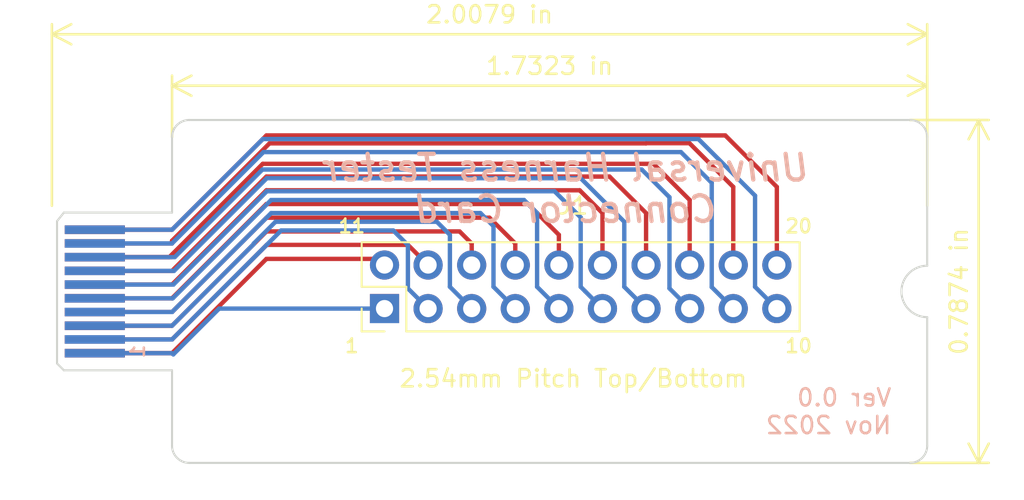
<source format=kicad_pcb>
(kicad_pcb (version 20171130) (host pcbnew "(5.1.10)-1")

  (general
    (thickness 1.6)
    (drawings 12)
    (tracks 113)
    (zones 0)
    (modules 2)
    (nets 21)
  )

  (page A)
  (title_block
    (title "Beetje 32U4 Blok")
    (date 2018-08-10)
    (rev 0.0)
    (company www.MakersBox.us)
    (comment 1 648.ken@gmail.com)
  )

  (layers
    (0 F.Cu signal)
    (31 B.Cu signal)
    (32 B.Adhes user)
    (33 F.Adhes user)
    (34 B.Paste user)
    (35 F.Paste user)
    (36 B.SilkS user hide)
    (37 F.SilkS user)
    (38 B.Mask user)
    (39 F.Mask user)
    (40 Dwgs.User user)
    (41 Cmts.User user)
    (42 Eco1.User user)
    (43 Eco2.User user)
    (44 Edge.Cuts user)
    (45 Margin user)
    (46 B.CrtYd user hide)
    (47 F.CrtYd user)
    (48 B.Fab user hide)
    (49 F.Fab user)
  )

  (setup
    (last_trace_width 0.254)
    (user_trace_width 0.254)
    (user_trace_width 0.3048)
    (user_trace_width 0.3556)
    (user_trace_width 0.4064)
    (user_trace_width 0.6096)
    (trace_clearance 0.2)
    (zone_clearance 0.35)
    (zone_45_only no)
    (trace_min 0.2)
    (via_size 0.6)
    (via_drill 0.4)
    (via_min_size 0.4)
    (via_min_drill 0.3)
    (uvia_size 0.3)
    (uvia_drill 0.1)
    (uvias_allowed no)
    (uvia_min_size 0.2)
    (uvia_min_drill 0.1)
    (edge_width 0.15)
    (segment_width 0.2)
    (pcb_text_width 0.3)
    (pcb_text_size 1.5 1.5)
    (mod_edge_width 0.15)
    (mod_text_size 1 1)
    (mod_text_width 0.15)
    (pad_size 0.5 3.500001)
    (pad_drill 0)
    (pad_to_mask_clearance 0)
    (aux_axis_origin 0 0)
    (grid_origin 137 87)
    (visible_elements 7FFFFFFF)
    (pcbplotparams
      (layerselection 0x010f0_80000001)
      (usegerberextensions false)
      (usegerberattributes true)
      (usegerberadvancedattributes true)
      (creategerberjobfile true)
      (excludeedgelayer true)
      (linewidth 0.100000)
      (plotframeref false)
      (viasonmask false)
      (mode 1)
      (useauxorigin false)
      (hpglpennumber 1)
      (hpglpenspeed 20)
      (hpglpendiameter 15.000000)
      (psnegative false)
      (psa4output false)
      (plotreference true)
      (plotvalue true)
      (plotinvisibletext false)
      (padsonsilk false)
      (subtractmaskfromsilk false)
      (outputformat 1)
      (mirror false)
      (drillshape 0)
      (scaleselection 1)
      (outputdirectory "gerbers/"))
  )

  (net 0 "")
  (net 1 /01)
  (net 2 /02)
  (net 3 /04)
  (net 4 /05)
  (net 5 /06)
  (net 6 /07)
  (net 7 /08)
  (net 8 /03)
  (net 9 /20)
  (net 10 /11)
  (net 11 /12)
  (net 12 /13)
  (net 13 /14)
  (net 14 /15)
  (net 15 /16)
  (net 16 /17)
  (net 17 /18)
  (net 18 /19)
  (net 19 /09)
  (net 20 /10)

  (net_class Default "This is the default net class."
    (clearance 0.2)
    (trace_width 0.25)
    (via_dia 0.6)
    (via_drill 0.4)
    (uvia_dia 0.3)
    (uvia_drill 0.1)
    (add_net /01)
    (add_net /02)
    (add_net /03)
    (add_net /04)
    (add_net /05)
    (add_net /06)
    (add_net /07)
    (add_net /08)
    (add_net /09)
    (add_net /10)
    (add_net /11)
    (add_net /12)
    (add_net /13)
    (add_net /14)
    (add_net /15)
    (add_net /16)
    (add_net /17)
    (add_net /18)
    (add_net /19)
    (add_net /20)
  )

  (module footprints:MEC8_card locked (layer F.Cu) (tedit 63706177) (tstamp 63714F1F)
    (at 112.5 87 90)
    (descr "0.8mm RIGHT ANGLE EDGE CARD ASSEMBLY.")
    (path /63BB3F50)
    (fp_text reference J0 (at 0 -3.5 90) (layer F.SilkS) hide
      (effects (font (size 0.788457 0.788457) (thickness 0.15)))
    )
    (fp_text value "Card Edge" (at -0.1 -4.8 90) (layer F.Fab)
      (effects (font (size 0.787685 0.787685) (thickness 0.15)))
    )
    (fp_line (start 4.6 -1.8) (end 4.6 4.5) (layer Edge.Cuts) (width 0.12))
    (fp_line (start -4.6 -1.8) (end -4.6 4.5) (layer Edge.Cuts) (width 0.12))
    (fp_line (start 4.1 -2.2) (end -4.2 -2.2) (layer Edge.Cuts) (width 0.12))
    (fp_line (start 4.6 -1.8) (end 4.1 -2.2) (layer Edge.Cuts) (width 0.12))
    (fp_line (start -4.6 -1.8) (end -4.2 -2.2) (layer Edge.Cuts) (width 0.12))
    (fp_line (start -10 5.5) (end -10 47.5) (layer Edge.Cuts) (width 0.12))
    (fp_line (start -4.6 4.5) (end -9 4.5) (layer Edge.Cuts) (width 0.12))
    (fp_line (start 4.6 4.5) (end 9 4.5) (layer Edge.Cuts) (width 0.12))
    (fp_line (start 10 47.5) (end 10 5.5) (layer Edge.Cuts) (width 0.12))
    (fp_line (start 9 48.5) (end 1.5 48.5) (layer Edge.Cuts) (width 0.12))
    (fp_line (start -9 48.5) (end -1.5 48.5) (layer Edge.Cuts) (width 0.12))
    (fp_line (start -3.6 -1.75) (end 3.6 -1.75) (layer Dwgs.User) (width 0.12))
    (fp_line (start 0 50.5) (end 0 45.42) (layer Dwgs.User) (width 0.12))
    (fp_text user 1 (at -3.5 2.5 90) (layer B.SilkS)
      (effects (font (size 0.788882 0.788882) (thickness 0.15)) (justify mirror))
    )
    (fp_arc (start 0 48.5) (end 1.5 48.5) (angle -180) (layer Edge.Cuts) (width 0.12))
    (fp_arc (start -9 47.5) (end -10 47.5) (angle -90) (layer Edge.Cuts) (width 0.12))
    (fp_arc (start 9 47.5) (end 9 48.5) (angle -90) (layer Edge.Cuts) (width 0.12))
    (fp_arc (start -9 5.5) (end -9 4.5) (angle -90) (layer Edge.Cuts) (width 0.12))
    (fp_arc (start 9 5.5) (end 10 5.5) (angle -90) (layer Edge.Cuts) (width 0.12))
    (pad 20 smd rect (at 3.6 0 90) (size 0.5 3.5) (layers F.Cu F.Paste F.Mask)
      (net 9 /20))
    (pad 11 smd rect (at -3.6 0 90) (size 0.5 3.5) (layers F.Cu F.Paste F.Mask)
      (net 10 /11))
    (pad 12 smd rect (at -2.8 0 90) (size 0.5 3.5) (layers F.Cu F.Paste F.Mask)
      (net 11 /12))
    (pad 13 smd rect (at -2 0 90) (size 0.5 3.500001) (layers F.Cu F.Paste F.Mask)
      (net 12 /13))
    (pad 14 smd rect (at -1.2 0 90) (size 0.5 3.5) (layers F.Cu F.Paste F.Mask)
      (net 13 /14))
    (pad 15 smd rect (at -0.4 0 90) (size 0.5 3.5) (layers F.Cu F.Paste F.Mask)
      (net 14 /15))
    (pad 16 smd rect (at 0.4 0 90) (size 0.5 3.5) (layers F.Cu F.Paste F.Mask)
      (net 15 /16))
    (pad 17 smd rect (at 1.2 0 90) (size 0.5 3.5) (layers F.Cu F.Paste F.Mask)
      (net 16 /17))
    (pad 18 smd rect (at 2 0 90) (size 0.5 3.5) (layers F.Cu F.Paste F.Mask)
      (net 17 /18))
    (pad 19 smd rect (at 2.8 0 90) (size 0.5 3.5) (layers F.Cu F.Paste F.Mask)
      (net 18 /19))
    (pad 1 smd rect (at -3.6 0 90) (size 0.5 3.5) (layers B.Cu B.Paste B.Mask)
      (net 1 /01))
    (pad 2 smd rect (at -2.8 0 90) (size 0.5 3.5) (layers B.Cu B.Paste B.Mask)
      (net 2 /02))
    (pad 3 smd rect (at -2 0 90) (size 0.5 3.5) (layers B.Cu B.Paste B.Mask)
      (net 8 /03))
    (pad 4 smd rect (at -1.2 0 90) (size 0.5 3.5) (layers B.Cu B.Paste B.Mask)
      (net 3 /04))
    (pad 5 smd rect (at -0.4 0 90) (size 0.5 3.5) (layers B.Cu B.Paste B.Mask)
      (net 4 /05))
    (pad 6 smd rect (at 0.4 0 90) (size 0.5 3.5) (layers B.Cu B.Paste B.Mask)
      (net 5 /06))
    (pad 7 smd rect (at 1.2 0 90) (size 0.5 3.5) (layers B.Cu B.Paste B.Mask)
      (net 6 /07))
    (pad 8 smd rect (at 2 0 90) (size 0.5 3.5) (layers B.Cu B.Paste B.Mask)
      (net 7 /08))
    (pad 9 smd rect (at 2.8 0 90) (size 0.5 3.5) (layers B.Cu B.Paste B.Mask)
      (net 19 /09))
    (pad 10 smd rect (at 3.6 0 90) (size 0.5 3.5) (layers B.Cu B.Paste B.Mask)
      (net 20 /10))
  )

  (module footprints:PinHeader_2x10_P2.54mm_TOP_BOTTOM (layer F.Cu) (tedit 63717F89) (tstamp 6374055D)
    (at 129.38 88 90)
    (descr "Through hole straight pin header, 2x10, 2.54mm pitch, double rows")
    (tags "Through hole pin header THT 2x10 2.54mm double row")
    (path /63B210F3)
    (fp_text reference J1 (at 6 11 180) (layer F.SilkS)
      (effects (font (size 1 1) (thickness 0.15)))
    )
    (fp_text value "2.54mm Pitch Top/Bottom" (at -4.08 11 180) (layer F.SilkS)
      (effects (font (size 1 1) (thickness 0.15)))
    )
    (fp_text user %R (at 1.27 11.43) (layer F.Fab)
      (effects (font (size 1 1) (thickness 0.15)))
    )
    (fp_line (start 4.35 -1.8) (end -1.8 -1.8) (layer F.CrtYd) (width 0.05))
    (fp_line (start 4.35 24.65) (end 4.35 -1.8) (layer F.CrtYd) (width 0.05))
    (fp_line (start -1.8 24.65) (end 4.35 24.65) (layer F.CrtYd) (width 0.05))
    (fp_line (start -1.8 -1.8) (end -1.8 24.65) (layer F.CrtYd) (width 0.05))
    (fp_line (start -1.33 -1.33) (end 0 -1.33) (layer F.SilkS) (width 0.12))
    (fp_line (start -1.33 0) (end -1.33 -1.33) (layer F.SilkS) (width 0.12))
    (fp_line (start 1.27 -1.33) (end 3.87 -1.33) (layer F.SilkS) (width 0.12))
    (fp_line (start 1.27 1.27) (end 1.27 -1.33) (layer F.SilkS) (width 0.12))
    (fp_line (start -1.33 1.27) (end 1.27 1.27) (layer F.SilkS) (width 0.12))
    (fp_line (start 3.87 -1.33) (end 3.87 24.19) (layer F.SilkS) (width 0.12))
    (fp_line (start -1.33 1.27) (end -1.33 24.19) (layer F.SilkS) (width 0.12))
    (fp_line (start -1.33 24.19) (end 3.87 24.19) (layer F.SilkS) (width 0.12))
    (fp_line (start -1.27 0) (end 0 -1.27) (layer F.Fab) (width 0.1))
    (fp_line (start -1.27 24.13) (end -1.27 0) (layer F.Fab) (width 0.1))
    (fp_line (start 3.81 24.13) (end -1.27 24.13) (layer F.Fab) (width 0.1))
    (fp_line (start 3.81 -1.27) (end 3.81 24.13) (layer F.Fab) (width 0.1))
    (fp_line (start 0 -1.27) (end 3.81 -1.27) (layer F.Fab) (width 0.1))
    (pad 20 thru_hole oval (at 2.54 22.86 90) (size 1.7 1.7) (drill 1) (layers *.Cu *.Mask)
      (net 9 /20))
    (pad 10 thru_hole oval (at 0 22.86 90) (size 1.7 1.7) (drill 1) (layers *.Cu *.Mask)
      (net 20 /10))
    (pad 19 thru_hole oval (at 2.54 20.32 90) (size 1.7 1.7) (drill 1) (layers *.Cu *.Mask)
      (net 18 /19))
    (pad 9 thru_hole oval (at 0 20.32 90) (size 1.7 1.7) (drill 1) (layers *.Cu *.Mask)
      (net 19 /09))
    (pad 18 thru_hole oval (at 2.54 17.78 90) (size 1.7 1.7) (drill 1) (layers *.Cu *.Mask)
      (net 17 /18))
    (pad 8 thru_hole oval (at 0 17.78 90) (size 1.7 1.7) (drill 1) (layers *.Cu *.Mask)
      (net 7 /08))
    (pad 17 thru_hole oval (at 2.54 15.24 90) (size 1.7 1.7) (drill 1) (layers *.Cu *.Mask)
      (net 16 /17))
    (pad 7 thru_hole oval (at 0 15.24 90) (size 1.7 1.7) (drill 1) (layers *.Cu *.Mask)
      (net 6 /07))
    (pad 16 thru_hole oval (at 2.54 12.7 90) (size 1.7 1.7) (drill 1) (layers *.Cu *.Mask)
      (net 15 /16))
    (pad 6 thru_hole oval (at 0 12.7 90) (size 1.7 1.7) (drill 1) (layers *.Cu *.Mask)
      (net 5 /06))
    (pad 15 thru_hole oval (at 2.54 10.16 90) (size 1.7 1.7) (drill 1) (layers *.Cu *.Mask)
      (net 14 /15))
    (pad 5 thru_hole oval (at 0 10.16 90) (size 1.7 1.7) (drill 1) (layers *.Cu *.Mask)
      (net 4 /05))
    (pad 14 thru_hole oval (at 2.54 7.62 90) (size 1.7 1.7) (drill 1) (layers *.Cu *.Mask)
      (net 13 /14))
    (pad 4 thru_hole oval (at 0 7.62 90) (size 1.7 1.7) (drill 1) (layers *.Cu *.Mask)
      (net 3 /04))
    (pad 13 thru_hole oval (at 2.54 5.08 90) (size 1.7 1.7) (drill 1) (layers *.Cu *.Mask)
      (net 12 /13))
    (pad 3 thru_hole oval (at 0 5.08 90) (size 1.7 1.7) (drill 1) (layers *.Cu *.Mask)
      (net 8 /03))
    (pad 12 thru_hole oval (at 2.54 2.54 90) (size 1.7 1.7) (drill 1) (layers *.Cu *.Mask)
      (net 11 /12))
    (pad 2 thru_hole oval (at 0 2.54 90) (size 1.7 1.7) (drill 1) (layers *.Cu *.Mask)
      (net 2 /02))
    (pad 11 thru_hole oval (at 2.54 0 90) (size 1.7 1.7) (drill 1) (layers *.Cu *.Mask)
      (net 10 /11))
    (pad 1 thru_hole rect (at 0 0 90) (size 1.7 1.7) (drill 1) (layers *.Cu *.Mask)
      (net 1 /01))
    (model ${KISYS3DMOD}/Connector_PinHeader_2.54mm.3dshapes/PinHeader_2x10_P2.54mm_Vertical.wrl
      (at (xyz 0 0 0))
      (scale (xyz 1 1 1))
      (rotate (xyz 0 0 0))
    )
  )

  (gr_text 20 (at 153.51 83.19) (layer F.SilkS)
    (effects (font (size 0.8 0.8) (thickness 0.15)))
  )
  (gr_text 11 (at 127.475 83.19) (layer F.SilkS)
    (effects (font (size 0.8 0.8) (thickness 0.15)))
  )
  (gr_text 10 (at 153.51 90.175) (layer F.SilkS)
    (effects (font (size 0.8 0.8) (thickness 0.15)))
  )
  (gr_text 1 (at 127.475 90.175) (layer F.SilkS)
    (effects (font (size 0.8 0.8) (thickness 0.15)))
  )
  (dimension 5.5 (width 0.15) (layer Dwgs.User)
    (gr_text "5.500 mm" (at 119.75 99.8) (layer Dwgs.User)
      (effects (font (size 1 1) (thickness 0.15)))
    )
    (feature1 (pts (xy 122.5 96) (xy 122.5 99.086421)))
    (feature2 (pts (xy 117 96) (xy 117 99.086421)))
    (crossbar (pts (xy 117 98.5) (xy 122.5 98.5)))
    (arrow1a (pts (xy 122.5 98.5) (xy 121.373496 99.086421)))
    (arrow1b (pts (xy 122.5 98.5) (xy 121.373496 97.913579)))
    (arrow2a (pts (xy 117 98.5) (xy 118.126504 99.086421)))
    (arrow2b (pts (xy 117 98.5) (xy 118.126504 97.913579)))
  )
  (gr_line (start 122.5 96.5) (end 122.5 77.5) (layer Dwgs.User) (width 0.15))
  (gr_line (start 117 91) (end 117 83) (layer Dwgs.User) (width 0.15))
  (gr_text "Universal Harness Tester\nConnector Card" (at 140 81) (layer B.SilkS)
    (effects (font (size 1.5 1.5) (thickness 0.25) italic) (justify mirror))
  )
  (gr_text "Ver 0.0\nNov 2022" (at 159 94) (layer B.SilkS)
    (effects (font (size 1 1) (thickness 0.15)) (justify left mirror))
  )
  (dimension 51 (width 0.15) (layer F.SilkS) (tstamp 6371AC91)
    (gr_text "51 mm" (at 135.5 70.7) (layer F.SilkS) (tstamp 6371AC91)
      (effects (font (size 1 1) (thickness 0.15)))
    )
    (feature1 (pts (xy 110 82) (xy 110 71.413579)))
    (feature2 (pts (xy 161 82) (xy 161 71.413579)))
    (crossbar (pts (xy 161 72) (xy 110 72)))
    (arrow1a (pts (xy 110 72) (xy 111.126504 71.413579)))
    (arrow1b (pts (xy 110 72) (xy 111.126504 72.586421)))
    (arrow2a (pts (xy 161 72) (xy 159.873496 71.413579)))
    (arrow2b (pts (xy 161 72) (xy 159.873496 72.586421)))
  )
  (dimension 44 (width 0.15) (layer F.SilkS) (tstamp 63716C7C)
    (gr_text "44 mm" (at 139 73.7) (layer F.SilkS) (tstamp 63716C7C)
      (effects (font (size 1 1) (thickness 0.15)))
    )
    (feature1 (pts (xy 117 78) (xy 117 74.413579)))
    (feature2 (pts (xy 161 78) (xy 161 74.413579)))
    (crossbar (pts (xy 161 75) (xy 117 75)))
    (arrow1a (pts (xy 117 75) (xy 118.126504 74.413579)))
    (arrow1b (pts (xy 117 75) (xy 118.126504 75.586421)))
    (arrow2a (pts (xy 161 75) (xy 159.873496 74.413579)))
    (arrow2b (pts (xy 161 75) (xy 159.873496 75.586421)))
  )
  (dimension 20 (width 0.15) (layer F.SilkS)
    (gr_text "20 mm" (at 165.3 87 -90) (layer F.SilkS)
      (effects (font (size 1 1) (thickness 0.15)))
    )
    (feature1 (pts (xy 160 97) (xy 164.586421 97)))
    (feature2 (pts (xy 160 77) (xy 164.586421 77)))
    (crossbar (pts (xy 164 77) (xy 164 97)))
    (arrow1a (pts (xy 164 97) (xy 163.413579 95.873496)))
    (arrow1b (pts (xy 164 97) (xy 164.586421 95.873496)))
    (arrow2a (pts (xy 164 77) (xy 163.413579 78.126504)))
    (arrow2b (pts (xy 164 77) (xy 164.586421 78.126504)))
  )

  (segment (start 112.5 83.4) (end 117 83.4) (width 0.254) (layer F.Cu) (net 9) (status 10))
  (segment (start 112.5 84.2) (end 117 84.2) (width 0.254) (layer F.Cu) (net 18) (status 10))
  (segment (start 112.5 90.6) (end 117 90.6) (width 0.254) (layer F.Cu) (net 10) (status 10))
  (segment (start 117 90.6) (end 122.5 85.1) (width 0.254) (layer F.Cu) (net 10))
  (segment (start 117 83.4) (end 122.5 77.9) (width 0.254) (layer F.Cu) (net 9))
  (segment (start 112.5 83.4) (end 117 83.4) (width 0.254) (layer B.Cu) (net 20) (status 10))
  (segment (start 112.5 85) (end 117 85) (width 0.254) (layer F.Cu) (net 17) (status 10))
  (segment (start 112.5 85.8) (end 117 85.8) (width 0.254) (layer F.Cu) (net 16) (status 10))
  (segment (start 117 85.8) (end 122.5 80.3) (width 0.254) (layer F.Cu) (net 16))
  (segment (start 112.5 86.6) (end 117 86.6) (width 0.254) (layer F.Cu) (net 15) (status 10))
  (segment (start 117 86.6) (end 122.5 81.1) (width 0.254) (layer F.Cu) (net 15))
  (segment (start 112.5 87.4) (end 117 87.4) (width 0.254) (layer F.Cu) (net 14) (status 10))
  (segment (start 117 87.4) (end 122.5 81.9) (width 0.254) (layer F.Cu) (net 14))
  (segment (start 112.5 88.2) (end 117 88.2) (width 0.254) (layer F.Cu) (net 13) (status 10))
  (segment (start 117 88.2) (end 122.5 82.7) (width 0.254) (layer F.Cu) (net 13))
  (segment (start 112.5 89) (end 117 89) (width 0.254) (layer F.Cu) (net 12) (status 10))
  (segment (start 117 89) (end 122.5 83.5) (width 0.254) (layer F.Cu) (net 12))
  (segment (start 112.5 84.2) (end 117 84.2) (width 0.254) (layer B.Cu) (net 19) (status 10))
  (segment (start 112.5 90.6) (end 117 90.6) (width 0.254) (layer B.Cu) (net 1) (status 10))
  (segment (start 119.744 88) (end 117.072 90.672) (width 0.254) (layer B.Cu) (net 1))
  (segment (start 129.38 88) (end 119.744 88) (width 0.254) (layer B.Cu) (net 1))
  (segment (start 117 90.6) (end 117.072 90.672) (width 0.254) (layer B.Cu) (net 1))
  (segment (start 112.5 89.8) (end 117 89.8) (width 0.254) (layer B.Cu) (net 2) (status 10))
  (segment (start 130.742999 86.822999) (end 130.742999 84.298999) (width 0.254) (layer B.Cu) (net 2))
  (segment (start 131.92 88) (end 130.742999 86.822999) (width 0.254) (layer B.Cu) (net 2))
  (segment (start 130.742999 84.298999) (end 129.888 83.444) (width 0.254) (layer B.Cu) (net 2))
  (segment (start 123.356 83.444) (end 117 89.8) (width 0.254) (layer B.Cu) (net 2))
  (segment (start 129.888 83.444) (end 123.356 83.444) (width 0.254) (layer B.Cu) (net 2))
  (segment (start 135.73 86.73) (end 137 88) (width 0.254) (layer B.Cu) (net 3))
  (segment (start 135.73 83.19) (end 135.73 86.73) (width 0.254) (layer B.Cu) (net 3))
  (segment (start 134.968 82.428) (end 135.73 83.19) (width 0.254) (layer B.Cu) (net 3))
  (segment (start 122.776 82.428) (end 134.968 82.428) (width 0.254) (layer B.Cu) (net 3))
  (segment (start 117.004 88.2) (end 122.776 82.428) (width 0.254) (layer B.Cu) (net 3))
  (segment (start 112.5 88.2) (end 117.004 88.2) (width 0.254) (layer B.Cu) (net 3))
  (segment (start 138.27 86.73) (end 139.54 88) (width 0.254) (layer B.Cu) (net 4))
  (segment (start 138.27 82.428) (end 138.27 86.73) (width 0.254) (layer B.Cu) (net 4))
  (segment (start 137.508 81.666) (end 138.27 82.428) (width 0.254) (layer B.Cu) (net 4))
  (segment (start 122.776 81.666) (end 137.508 81.666) (width 0.254) (layer B.Cu) (net 4))
  (segment (start 117.042 87.4) (end 122.776 81.666) (width 0.254) (layer B.Cu) (net 4))
  (segment (start 112.5 87.4) (end 117.042 87.4) (width 0.254) (layer B.Cu) (net 4))
  (segment (start 140.81 86.73) (end 141.08 87) (width 0.254) (layer B.Cu) (net 5))
  (segment (start 140.81 82.682) (end 140.81 86.73) (width 0.254) (layer B.Cu) (net 5))
  (segment (start 139.286 81.158) (end 140.81 82.682) (width 0.254) (layer B.Cu) (net 5))
  (segment (start 122.522 81.158) (end 139.286 81.158) (width 0.254) (layer B.Cu) (net 5))
  (segment (start 117.08 86.6) (end 122.522 81.158) (width 0.254) (layer B.Cu) (net 5))
  (segment (start 141.08 87) (end 142.08 88) (width 0.254) (layer B.Cu) (net 5))
  (segment (start 112.5 86.6) (end 117.08 86.6) (width 0.254) (layer B.Cu) (net 5))
  (segment (start 122.522 80.396) (end 117.118 85.8) (width 0.254) (layer B.Cu) (net 6))
  (segment (start 117.118 85.8) (end 112.5 85.8) (width 0.254) (layer B.Cu) (net 6))
  (segment (start 140.81 80.396) (end 122.522 80.396) (width 0.254) (layer B.Cu) (net 6))
  (segment (start 143.35 82.936) (end 140.81 80.396) (width 0.254) (layer B.Cu) (net 6))
  (segment (start 143.35 86.73) (end 143.35 82.936) (width 0.254) (layer B.Cu) (net 6))
  (segment (start 144.62 88) (end 143.35 86.73) (width 0.254) (layer B.Cu) (net 6))
  (segment (start 145.982999 86.822999) (end 147.16 88) (width 0.254) (layer B.Cu) (net 7))
  (segment (start 145.982999 81.504999) (end 145.982999 86.822999) (width 0.254) (layer B.Cu) (net 7))
  (segment (start 144.366 79.888) (end 145.982999 81.504999) (width 0.254) (layer B.Cu) (net 7))
  (segment (start 122.268 79.888) (end 144.366 79.888) (width 0.254) (layer B.Cu) (net 7))
  (segment (start 117.156 85) (end 122.268 79.888) (width 0.254) (layer B.Cu) (net 7))
  (segment (start 112.5 85) (end 117.156 85) (width 0.254) (layer B.Cu) (net 7))
  (segment (start 112.5 89) (end 117 89) (width 0.254) (layer B.Cu) (net 8) (status 10))
  (segment (start 121.76 84.24) (end 117 89) (width 0.254) (layer B.Cu) (net 8))
  (segment (start 123.03 82.936) (end 121.76 84.206) (width 0.254) (layer B.Cu) (net 8))
  (segment (start 132.428 82.936) (end 123.03 82.936) (width 0.254) (layer B.Cu) (net 8))
  (segment (start 121.76 84.206) (end 121.76 84.24) (width 0.254) (layer B.Cu) (net 8))
  (segment (start 133.19 83.698) (end 132.428 82.936) (width 0.254) (layer B.Cu) (net 8))
  (segment (start 133.19 86.73) (end 133.19 83.698) (width 0.254) (layer B.Cu) (net 8))
  (segment (start 134.46 88) (end 133.19 86.73) (width 0.254) (layer B.Cu) (net 8))
  (segment (start 122.5 77.9) (end 149.236 77.9) (width 0.254) (layer F.Cu) (net 9))
  (segment (start 152.24 80.904) (end 152.24 85.46) (width 0.254) (layer F.Cu) (net 9))
  (segment (start 149.236 77.9) (end 152.24 80.904) (width 0.254) (layer F.Cu) (net 9))
  (segment (start 129.02 85.1) (end 129.38 85.46) (width 0.254) (layer F.Cu) (net 10))
  (segment (start 122.5 85.1) (end 129.02 85.1) (width 0.254) (layer F.Cu) (net 10))
  (segment (start 130.742999 84.282999) (end 131.92 85.46) (width 0.254) (layer F.Cu) (net 11))
  (segment (start 122.517001 84.282999) (end 130.742999 84.282999) (width 0.254) (layer F.Cu) (net 11))
  (segment (start 117 89.8) (end 122.517001 84.282999) (width 0.254) (layer F.Cu) (net 11))
  (segment (start 112.5 89.8) (end 117 89.8) (width 0.254) (layer F.Cu) (net 11))
  (segment (start 122.5 83.5) (end 133.754 83.5) (width 0.254) (layer F.Cu) (net 12))
  (segment (start 134.46 84.206) (end 134.46 85.46) (width 0.254) (layer F.Cu) (net 12))
  (segment (start 133.754 83.5) (end 134.46 84.206) (width 0.254) (layer F.Cu) (net 12))
  (segment (start 122.5 82.7) (end 135.494 82.7) (width 0.254) (layer F.Cu) (net 13))
  (segment (start 137 84.206) (end 137 85.46) (width 0.254) (layer F.Cu) (net 13))
  (segment (start 135.494 82.7) (end 137 84.206) (width 0.254) (layer F.Cu) (net 13))
  (segment (start 122.5 81.9) (end 137.742 81.9) (width 0.254) (layer F.Cu) (net 14))
  (segment (start 139.54 83.698) (end 139.54 85.46) (width 0.254) (layer F.Cu) (net 14))
  (segment (start 137.742 81.9) (end 139.54 83.698) (width 0.254) (layer F.Cu) (net 14))
  (segment (start 122.5 81.1) (end 140.752 81.1) (width 0.254) (layer F.Cu) (net 15))
  (segment (start 142.08 82.428) (end 142.08 85.46) (width 0.254) (layer F.Cu) (net 15))
  (segment (start 140.752 81.1) (end 142.08 82.428) (width 0.254) (layer F.Cu) (net 15))
  (segment (start 122.5 80.3) (end 142.492 80.3) (width 0.254) (layer F.Cu) (net 16))
  (segment (start 144.62 82.428) (end 144.62 85.46) (width 0.254) (layer F.Cu) (net 16))
  (segment (start 142.492 80.3) (end 144.62 82.428) (width 0.254) (layer F.Cu) (net 16))
  (segment (start 116.842067 85) (end 122.286066 79.556001) (width 0.254) (layer F.Cu) (net 17))
  (segment (start 112.5 85) (end 116.842067 85) (width 0.254) (layer F.Cu) (net 17))
  (segment (start 122.286066 79.556001) (end 145.050001 79.556001) (width 0.254) (layer F.Cu) (net 17))
  (segment (start 147.16 81.666) (end 147.16 85.46) (width 0.254) (layer F.Cu) (net 17))
  (segment (start 145.050001 79.556001) (end 147.16 81.666) (width 0.254) (layer F.Cu) (net 17))
  (segment (start 117 84.2) (end 117 84.042066) (width 0.254) (layer F.Cu) (net 18))
  (segment (start 117 84.042066) (end 122.678066 78.364) (width 0.254) (layer F.Cu) (net 18))
  (segment (start 144.62 78.364) (end 144.62999 78.35401) (width 0.254) (layer F.Cu) (net 18))
  (segment (start 122.678066 78.364) (end 144.62 78.364) (width 0.254) (layer F.Cu) (net 18))
  (segment (start 144.62999 78.35401) (end 147.15001 78.35401) (width 0.254) (layer F.Cu) (net 18))
  (segment (start 149.7 80.904) (end 149.7 85.46) (width 0.254) (layer F.Cu) (net 18))
  (segment (start 147.15001 78.35401) (end 149.7 80.904) (width 0.254) (layer F.Cu) (net 18))
  (segment (start 149.7 88) (end 148.446 86.746) (width 0.254) (layer B.Cu) (net 19))
  (segment (start 148.446 86.746) (end 148.446 80.666) (width 0.254) (layer B.Cu) (net 19))
  (segment (start 148.446 80.666) (end 146.652 78.872) (width 0.254) (layer B.Cu) (net 19))
  (segment (start 122.328 78.872) (end 117 84.2) (width 0.254) (layer B.Cu) (net 19))
  (segment (start 146.652 78.872) (end 122.328 78.872) (width 0.254) (layer B.Cu) (net 19))
  (segment (start 122.29 78.11) (end 117 83.4) (width 0.254) (layer B.Cu) (net 20))
  (segment (start 147.668 78.11) (end 122.29 78.11) (width 0.254) (layer B.Cu) (net 20))
  (segment (start 150.97 81.412) (end 147.668 78.11) (width 0.254) (layer B.Cu) (net 20))
  (segment (start 150.97 86.73) (end 150.97 81.412) (width 0.254) (layer B.Cu) (net 20))
  (segment (start 152.24 88) (end 150.97 86.73) (width 0.254) (layer B.Cu) (net 20))

)

</source>
